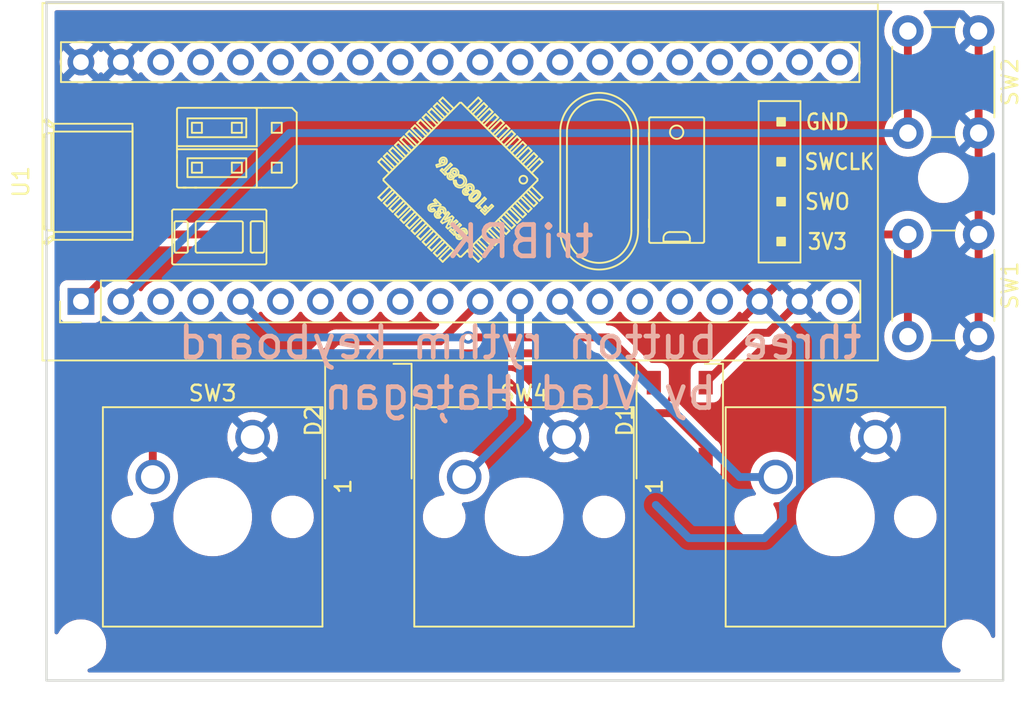
<source format=kicad_pcb>
(kicad_pcb (version 20211014) (generator pcbnew)
  (layers (0 "F.Cu" signal) (31 "B.Cu" signal) (34 "B.Paste" user) (35 "F.Paste" user) (36 "B.SilkS" user "B.Silkscreen") (37 "F.SilkS" user "F.Silkscreen") (38 "B.Mask" user) (39 "F.Mask" user) (44 "Edge.Cuts" user))
  (net 0 "")
  (net 1 "Net-(D1-Pad2)")
  (net 2 "GND")
  (net 4 "+3.3V")
  (net 5 "+5V")
  (net 34 "Net-(SW1-Pad2)")
  (net 35 "Net-(SW2-Pad2)")
  (net 36 "Net-(SW3-Pad2)")
  (net 37 "Net-(D1-Pad4)")
  (net 38 "Net-(SW4-Pad2)")
  (net 39 "Net-(SW5-Pad2)")
  (footprint "LED_SMD:LED_WS2812B_PLCC4_5.0x5.0mm_P3.2mm" (layer "F.Cu") (at 147.828 68.58 90)
    (fp_text reference "D2" (at 0 -3.5 90) (layer "F.SilkS"))
    (fp_text value "WS2812B")
    (fp_text user "1" (at -4.15 -1.6 90) (layer "F.SilkS"))
    (pad "1" smd rect (at -2.45 -1.65 90) (size 1.5 0.9) (layers "F.Cu" "F.Paste" "F.Mask") (net 5 "+5V"))
    (pad "2" smd rect (at -2.45 1.65 90) (size 1.5 0.9) (layers "F.Cu" "F.Paste" "F.Mask"))
    (pad "3" smd rect (at 2.45 1.65 90) (size 1.5 0.9) (layers "F.Cu" "F.Paste" "F.Mask") (net 2 "GND"))
    (pad "4" smd rect (at 2.45 -1.65 90) (size 1.5 0.9) (layers "F.Cu" "F.Paste" "F.Mask") (net 1 "Net-(D1-Pad2)"))
  )
  (footprint "Button_Switch_Keyboard:SW_Cherry_MX_1.00u_PCB" (layer "F.Cu") (at 180.086 69.596)
    (fp_text reference "SW5" (at -2.54 -2.794) (layer "F.SilkS"))
    (fp_text value "SW_Push")
    (pad "" np_thru_hole circle (at -7.62 5.08) (size 1.7 1.7) (drill 1.7) (layers *.Cu *.Mask))
    (pad "" np_thru_hole circle (at -2.54 5.08) (size 4 4) (drill 4) (layers *.Cu *.Mask))
    (pad "" np_thru_hole circle (at 2.54 5.08) (size 1.7 1.7) (drill 1.7) (layers *.Cu *.Mask))
    (pad "1" thru_hole circle (at 0 0) (size 2.2 2.2) (drill 1.5) (layers *.Cu *.Mask) (net 2 "GND"))
    (pad "2" thru_hole circle (at -6.35 2.54) (size 2.2 2.2) (drill 1.5) (layers *.Cu *.Mask) (net 39 "Net-(SW5-Pad2)"))
  )
  (footprint "libs:YAAJ_BluePill_1" (layer "F.Cu") (at 129.54 60.96 90)
    (fp_text reference "U1" (at 7.62 -3.81 90) (layer "F.SilkS"))
    (fp_text value "YAAJ_BluePill_Part_Like" hide)
    (fp_text user "3V3" (at 3.81 47.498 unlocked) (layer "F.SilkS") (effects (font (size 1 0.9))))
    (fp_text user "SWO" (at 6.35 47.498 unlocked) (layer "F.SilkS") (effects (font (size 1 0.9))))
    (fp_text user "SWCLK" (at 8.89 48.26 unlocked) (layer "F.SilkS") (effects (font (size 1 0.9))))
    (fp_text user "GND" (at 11.43 47.498 unlocked) (layer "F.SilkS") (effects (font (size 1 0.9))))
    (pad "1" thru_hole rect locked (at 0 0 90) (size 1.7 1.7) (drill 1) (layers *.Cu *.Mask) (net 34 "Net-(SW1-Pad2)"))
    (pad "2" thru_hole circle locked (at 0 2.54 90) (size 1.7 1.7) (drill 1) (layers *.Cu *.Mask) (net 35 "Net-(SW2-Pad2)"))
    (pad "3" thru_hole circle locked (at 0 5.08 90) (size 1.7 1.7) (drill 1) (layers *.Cu *.Mask))
    (pad "4" thru_hole circle locked (at 0 7.62 90) (size 1.7 1.7) (drill 1) (layers *.Cu *.Mask))
    (pad "5" thru_hole circle locked (at 0 10.16 90) (size 1.7 1.7) (drill 1) (layers *.Cu *.Mask) (net 37 "Net-(D1-Pad4)"))
    (pad "6" thru_hole circle locked (at 0 12.7 90) (size 1.7 1.7) (drill 1) (layers *.Cu *.Mask))
    (pad "7" thru_hole circle locked (at 0 15.24 90) (size 1.7 1.7) (drill 1) (layers *.Cu *.Mask))
    (pad "8" thru_hole circle locked (at 0 17.78 90) (size 1.7 1.7) (drill 1) (layers *.Cu *.Mask))
    (pad "9" thru_hole circle locked (at 0 20.32 90) (size 1.7 1.7) (drill 1) (layers *.Cu *.Mask))
    (pad "10" thru_hole circle locked (at 0 22.86 90) (size 1.7 1.7) (drill 1) (layers *.Cu *.Mask))
    (pad "11" thru_hole circle locked (at 0 25.4 90) (size 1.7 1.7) (drill 1) (layers *.Cu *.Mask) (net 36 "Net-(SW3-Pad2)"))
    (pad "12" thru_hole circle locked (at 0 27.94 90) (size 1.7 1.7) (drill 1) (layers *.Cu *.Mask) (net 38 "Net-(SW4-Pad2)"))
    (pad "13" thru_hole circle locked (at 0 30.48 90) (size 1.7 1.7) (drill 1) (layers *.Cu *.Mask) (net 39 "Net-(SW5-Pad2)"))
    (pad "14" thru_hole circle locked (at 0 33.02 90) (size 1.7 1.7) (drill 1) (layers *.Cu *.Mask))
    (pad "15" thru_hole circle locked (at 0 35.56 90) (size 1.7 1.7) (drill 1) (layers *.Cu *.Mask))
    (pad "16" thru_hole circle locked (at 0 38.1 90) (size 1.7 1.7) (drill 1) (layers *.Cu *.Mask))
    (pad "17" thru_hole circle locked (at 0 40.64 90) (size 1.7 1.7) (drill 1) (layers *.Cu *.Mask))
    (pad "18" thru_hole circle locked (at 0 43.18 90) (size 1.7 1.7) (drill 1) (layers *.Cu *.Mask) (net 5 "+5V"))
    (pad "19" thru_hole circle locked (at 0 45.72 90) (size 1.7 1.7) (drill 1) (layers *.Cu *.Mask) (net 2 "GND"))
    (pad "20" thru_hole circle locked (at 0 48.26 90) (size 1.7 1.7) (drill 1) (layers *.Cu *.Mask) (net 4 "+3.3V"))
    (pad "21" thru_hole circle locked (at 15.24 48.26 90) (size 1.7 1.7) (drill 1) (layers *.Cu *.Mask))
    (pad "22" thru_hole circle locked (at 15.24 45.72 90) (size 1.7 1.7) (drill 1) (layers *.Cu *.Mask))
    (pad "23" thru_hole circle locked (at 15.24 43.18 90) (size 1.7 1.7) (drill 1) (layers *.Cu *.Mask))
    (pad "24" thru_hole circle locked (at 15.24 40.64 90) (size 1.7 1.7) (drill 1) (layers *.Cu *.Mask))
    (pad "25" thru_hole circle locked (at 15.24 38.1 90) (size 1.7 1.7) (drill 1) (layers *.Cu *.Mask))
    (pad "26" thru_hole circle locked (at 15.24 35.56 90) (size 1.7 1.7) (drill 1) (layers *.Cu *.Mask))
    (pad "27" thru_hole circle locked (at 15.24 33.02 90) (size 1.7 1.7) (drill 1) (layers *.Cu *.Mask))
    (pad "28" thru_hole circle locked (at 15.24 30.48 90) (size 1.7 1.7) (drill 1) (layers *.Cu *.Mask))
    (pad "29" thru_hole circle locked (at 15.24 27.94 90) (size 1.7 1.7) (drill 1) (layers *.Cu *.Mask))
    (pad "30" thru_hole circle locked (at 15.24 25.4 90) (size 1.7 1.7) (drill 1) (layers *.Cu *.Mask))
    (pad "31" thru_hole circle locked (at 15.24 22.86 90) (size 1.7 1.7) (drill 1) (layers *.Cu *.Mask))
    (pad "32" thru_hole circle locked (at 15.24 20.32 90) (size 1.7 1.7) (drill 1) (layers *.Cu *.Mask))
    (pad "33" thru_hole circle locked (at 15.24 17.78 90) (size 1.7 1.7) (drill 1) (layers *.Cu *.Mask))
    (pad "34" thru_hole circle locked (at 15.24 15.24 90) (size 1.7 1.7) (drill 1) (layers *.Cu *.Mask))
    (pad "35" thru_hole circle locked (at 15.24 12.7 90) (size 1.7 1.7) (drill 1) (layers *.Cu *.Mask))
    (pad "36" thru_hole circle locked (at 15.24 10.16 90) (size 1.7 1.7) (drill 1) (layers *.Cu *.Mask))
    (pad "37" thru_hole circle locked (at 15.24 7.62 90) (size 1.7 1.7) (drill 1) (layers *.Cu *.Mask))
    (pad "38" thru_hole circle locked (at 15.24 5.08 90) (size 1.7 1.7) (drill 1) (layers *.Cu *.Mask) (net 4 "+3.3V"))
    (pad "39" thru_hole circle locked (at 15.24 2.54 90) (size 1.7 1.7) (drill 1) (layers *.Cu *.Mask) (net 2 "GND"))
    (pad "40" thru_hole circle locked (at 15.24 0 90) (size 1.7 1.7) (drill 1) (layers *.Cu *.Mask) (net 2 "GND"))
  )
  (footprint "MountingHole:MountingHole_2.2mm_M2_ISO7380" (layer "F.Cu") (at 129.54 82.804)
    (fp_text reference "H2" hide)
    (fp_text value "MountingHole")
    (pad "" np_thru_hole circle (at 0 0) (size 2.2 2.2) (drill 2.2) (layers *.Cu *.Mask))
  )
  (footprint "MountingHole:MountingHole_2.2mm_M2_ISO7380" (layer "F.Cu") (at 184.404 53.086)
    (fp_text reference "H1" hide)
    (fp_text value "MountingHole")
    (pad "" np_thru_hole circle (at 0 0) (size 2.2 2.2) (drill 2.2) (layers *.Cu *.Mask))
  )
  (footprint "LED_SMD:LED_WS2812B_PLCC4_5.0x5.0mm_P3.2mm" (layer "F.Cu") (at 167.64 68.58 90)
    (fp_text reference "D1" (at 0 -3.5 90) (layer "F.SilkS"))
    (fp_text value "WS2812B")
    (fp_text user "1" (at -4.15 -1.6 90) (layer "F.SilkS"))
    (pad "1" smd rect (at -2.45 -1.65 90) (size 1.5 0.9) (layers "F.Cu" "F.Paste" "F.Mask") (net 5 "+5V"))
    (pad "2" smd rect (at -2.45 1.65 90) (size 1.5 0.9) (layers "F.Cu" "F.Paste" "F.Mask") (net 1 "Net-(D1-Pad2)"))
    (pad "3" smd rect (at 2.45 1.65 90) (size 1.5 0.9) (layers "F.Cu" "F.Paste" "F.Mask") (net 2 "GND"))
    (pad "4" smd rect (at 2.45 -1.65 90) (size 1.5 0.9) (layers "F.Cu" "F.Paste" "F.Mask") (net 37 "Net-(D1-Pad4)"))
  )
  (footprint "Button_Switch_THT:SW_PUSH_6mm" (layer "F.Cu") (at 186.654 43.74 -90)
    (fp_text reference "SW2" (at 3.25 -2 90) (layer "F.SilkS"))
    (fp_text value "SW_Push")
    (pad "1" thru_hole circle (at 6.5 0) (size 2 2) (drill 1.1) (layers *.Cu *.Mask) (net 2 "GND"))
    (pad "1" thru_hole circle (at 0 0) (size 2 2) (drill 1.1) (layers *.Cu *.Mask) (net 2 "GND"))
    (pad "2" thru_hole circle (at 6.5 4.5) (size 2 2) (drill 1.1) (layers *.Cu *.Mask) (net 35 "Net-(SW2-Pad2)"))
    (pad "2" thru_hole circle (at 0 4.5) (size 2 2) (drill 1.1) (layers *.Cu *.Mask) (net 35 "Net-(SW2-Pad2)"))
  )
  (footprint "MountingHole:MountingHole_2.2mm_M2_ISO7380" (layer "F.Cu") (at 185.928 82.804)
    (fp_text reference "H3" hide)
    (fp_text value "MountingHole" hide)
    (pad "" np_thru_hole circle (at 0 0) (size 2.2 2.2) (drill 2.2) (layers *.Cu *.Mask))
  )
  (footprint "Button_Switch_Keyboard:SW_Cherry_MX_1.00u_PCB" (layer "F.Cu") (at 140.462 69.596)
    (fp_text reference "SW3" (at -2.54 -2.794) (layer "F.SilkS"))
    (fp_text value "SW_Push")
    (pad "" np_thru_hole circle (at -7.62 5.08) (size 1.7 1.7) (drill 1.7) (layers *.Cu *.Mask))
    (pad "" np_thru_hole circle (at -2.54 5.08) (size 4 4) (drill 4) (layers *.Cu *.Mask))
    (pad "" np_thru_hole circle (at 2.54 5.08) (size 1.7 1.7) (drill 1.7) (layers *.Cu *.Mask))
    (pad "1" thru_hole circle (at 0 0) (size 2.2 2.2) (drill 1.5) (layers *.Cu *.Mask) (net 2 "GND"))
    (pad "2" thru_hole circle (at -6.35 2.54) (size 2.2 2.2) (drill 1.5) (layers *.Cu *.Mask) (net 36 "Net-(SW3-Pad2)"))
  )
  (footprint "Button_Switch_Keyboard:SW_Cherry_MX_1.00u_PCB" (layer "F.Cu") (at 160.274 69.596)
    (fp_text reference "SW4" (at -2.54 -2.794) (layer "F.SilkS"))
    (fp_text value "SW_Push")
    (pad "" np_thru_hole circle (at -2.54 5.08) (size 4 4) (drill 4) (layers *.Cu *.Mask))
    (pad "" np_thru_hole circle (at 2.54 5.08) (size 1.7 1.7) (drill 1.7) (layers *.Cu *.Mask))
    (pad "" np_thru_hole circle (at -7.62 5.08) (size 1.7 1.7) (drill 1.7) (layers *.Cu *.Mask))
    (pad "1" thru_hole circle (at 0 0) (size 2.2 2.2) (drill 1.5) (layers *.Cu *.Mask) (net 2 "GND"))
    (pad "2" thru_hole circle (at -6.35 2.54) (size 2.2 2.2) (drill 1.5) (layers *.Cu *.Mask) (net 38 "Net-(SW4-Pad2)"))
  )
  (footprint "Button_Switch_THT:SW_PUSH_6mm" (layer "F.Cu") (at 186.654 56.694 -90)
    (fp_text reference "SW1" (at 3.25 -2 90) (layer "F.SilkS"))
    (fp_text value "SW_Push")
    (pad "1" thru_hole circle (at 6.5 0) (size 2 2) (drill 1.1) (layers *.Cu *.Mask) (net 2 "GND"))
    (pad "1" thru_hole circle (at 0 0) (size 2 2) (drill 1.1) (layers *.Cu *.Mask) (net 2 "GND"))
    (pad "2" thru_hole circle (at 0 4.5) (size 2 2) (drill 1.1) (layers *.Cu *.Mask) (net 34 "Net-(SW1-Pad2)"))
    (pad "2" thru_hole circle (at 6.5 4.5) (size 2 2) (drill 1.1) (layers *.Cu *.Mask) (net 34 "Net-(SW1-Pad2)"))
  )
  (gr_rect (start 188.214 85.09) (end 127.350384 41.91) (layer "Edge.Cuts") (width 0.15) (fill none))
  (gr_text "triBRK\n\nthree button rythm keyboard\nby Vlad Hațegan" (at 157.48 61.976) (layer "B.SilkS") (effects (font (size 2 2) (thickness 0.3)) (justify mirror)))
  (segment (start 161.036 64.262) (end 164.846 68.072) (width 0.5) (layer "F.Cu") (net 1))
  (segment (start 164.846 68.072) (end 167.132 68.072) (width 0.5) (layer "F.Cu") (net 1))
  (segment (start 146.178 66.13) (end 147.828 64.48) (width 0.5) (layer "F.Cu") (net 1))
  (segment (start 167.132 68.072) (end 169.29 70.23) (width 0.5) (layer "F.Cu") (net 1))
  (segment (start 147.828 64.262) (end 161.036 64.262) (width 0.5) (layer "F.Cu") (net 1))
  (segment (start 169.29 70.23) (end 169.29 71.03) (width 0.5) (layer "F.Cu") (net 1))
  (segment (start 147.828 64.48) (end 147.828 64.262) (width 0.5) (layer "F.Cu") (net 1))
  (segment (start 169.29 66.13) (end 172.466 62.954) (width 0.5) (layer "F.Cu") (net 2))
  (segment (start 186.654 56.694) (end 186.654 63.194) (width 0.5) (layer "F.Cu") (net 2))
  (segment (start 149.478 66.13) (end 156.808 66.13) (width 0.5) (layer "F.Cu") (net 2))
  (segment (start 186.654 50.24) (end 186.654 43.74) (width 0.5) (layer "F.Cu") (net 2))
  (segment (start 186.654 56.694) (end 186.654 50.24) (width 0.5) (layer "F.Cu") (net 2))
  (segment (start 173.266 62.954) (end 175.26 60.96) (width 0.5) (layer "F.Cu") (net 2))
  (segment (start 156.808 66.13) (end 160.274 69.596) (width 0.5) (layer "F.Cu") (net 2))
  (segment (start 172.466 62.954) (end 173.266 62.954) (width 0.5) (layer "F.Cu") (net 2))
  (segment (start 186.488 63.194) (end 186.654 63.194) (width 0.5) (layer "F.Cu") (net 2))
  (segment (start 166.116 71.156) (end 165.99 71.03) (width 0.5) (layer "F.Cu") (net 5))
  (segment (start 175.286 72.778032) (end 174.215627 73.848405) (width 0.5) (layer "B.Cu") (net 5))
  (segment (start 168.228001 76.026001) (end 166.116 73.914) (width 0.5) (layer "B.Cu") (net 5))
  (segment (start 175.286 63.526) (end 175.286 72.778032) (width 0.5) (layer "B.Cu") (net 5))
  (segment (start 173.025189 76.026001) (end 168.228001 76.026001) (width 0.5) (layer "B.Cu") (net 5))
  (segment (start 174.215627 74.835563) (end 173.025189 76.026001) (width 0.5) (layer "B.Cu") (net 5))
  (segment (start 172.72 60.96) (end 175.286 63.526) (width 0.5) (layer "B.Cu") (net 5))
  (segment (start 174.215627 73.848405) (end 174.215627 74.835563) (width 0.5) (layer "B.Cu") (net 5))
  (segment (start 133.806 56.694) (end 182.154 56.694) (width 0.5) (layer "F.Cu") (net 34))
  (segment (start 129.54 60.96) (end 133.806 56.694) (width 0.5) (layer "F.Cu") (net 34))
  (segment (start 182.154 56.694) (end 182.154 63.194) (width 0.5) (layer "F.Cu") (net 34))
  (segment (start 182.154 43.74) (end 182.154 50.24) (width 0.5) (layer "F.Cu") (net 35))
  (segment (start 132.08 60.96) (end 142.8 50.24) (width 0.5) (layer "B.Cu") (net 35))
  (segment (start 142.8 50.24) (end 182.154 50.24) (width 0.5) (layer "B.Cu") (net 35))
  (segment (start 144.366 64.93) (end 145.796 63.5) (width 0.5) (layer "F.Cu") (net 36))
  (segment (start 137.254 64.93) (end 144.366 64.93) (width 0.5) (layer "F.Cu") (net 36))
  (segment (start 134.112 72.136) (end 134.112 68.072) (width 0.5) (layer "F.Cu") (net 36))
  (segment (start 152.4 63.5) (end 154.94 60.96) (width 0.5) (layer "F.Cu") (net 36))
  (segment (start 145.796 63.5) (end 152.4 63.5) (width 0.5) (layer "F.Cu") (net 36))
  (segment (start 134.112 68.072) (end 137.254 64.93) (width 0.5) (layer "F.Cu") (net 36))
  (segment (start 163.106 63.246) (end 154.178 63.246) (width 0.5) (layer "F.Cu") (net 37))
  (segment (start 165.99 66.13) (end 163.106 63.246) (width 0.5) (layer "F.Cu") (net 37))
  (via (at 154.178 63.246) (size 0.8) (drill 0.4) (layers "F.Cu" "B.Cu") (net 37))
  (segment (start 141.986 63.246) (end 139.7 60.96) (width 0.5) (layer "B.Cu") (net 37))
  (segment (start 154.178 63.246) (end 141.986 63.246) (width 0.5) (layer "B.Cu") (net 37))
  (segment (start 157.48 60.96) (end 157.48 68.58) (width 0.5) (layer "B.Cu") (net 38))
  (segment (start 157.48 68.58) (end 153.924 72.136) (width 0.5) (layer "B.Cu") (net 38))
  (segment (start 173.736 72.136) (end 171.45 72.136) (width 0.5) (layer "B.Cu") (net 39))
  (segment (start 162.56 63.5) (end 160.02 60.96) (width 0.5) (layer "B.Cu") (net 39))
  (segment (start 162.814 63.5) (end 162.56 63.5) (width 0.5) (layer "B.Cu") (net 39))
  (segment (start 171.45 72.136) (end 162.814 63.5) (width 0.5) (layer "B.Cu") (net 39))
  (zone (net 5) (net_name "+5V") (layer "F.Cu") (connect_pads (clearance 0.508)) (min_thickness 0.254) (fill yes (thermal_gap 0.508) (thermal_bridge_width 0.508))
    (polygon (pts (xy 187.96 84.836) (xy 127.508 84.836) (xy 127.508 41.91) (xy 187.96 41.91)))
  )
  (zone (net 2) (net_name "GND") (layer "B.Cu") (connect_pads (clearance 0.508)) (min_thickness 0.254) (fill yes (thermal_gap 0.508) (thermal_bridge_width 0.508))
    (polygon (pts (xy 187.96 84.836) (xy 127.508 84.836) (xy 127.508 41.91) (xy 187.96 41.91)))
  )
)
</source>
